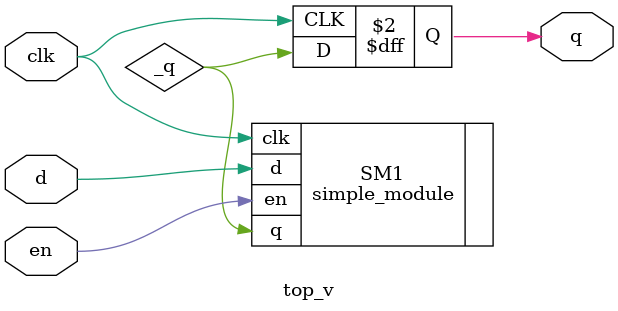
<source format=v>
`timescale 1ns/1ps

module top_v (
                      input clk,
                      input en,
                      input d,
                      output reg q
                      );
   wire _q;

simple_module SM1(
		.clk(clk),
		.en(en),
		.d(d),
		.q(_q)
);

   always @(posedge clk) begin
      q <= _q;
   end

endmodule

</source>
